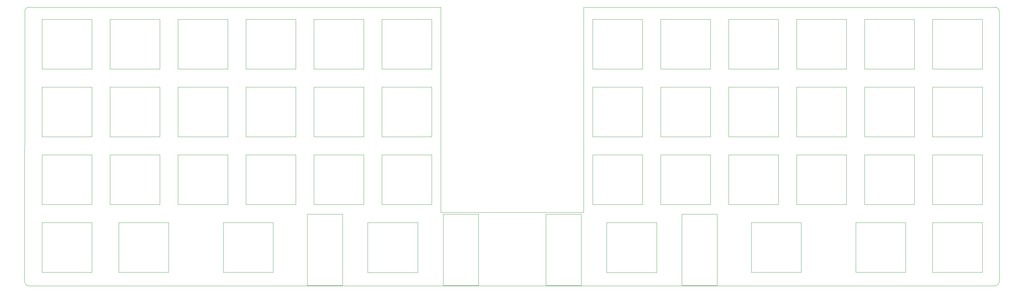
<source format=gbr>
%TF.GenerationSoftware,KiCad,Pcbnew,(6.0.7)*%
%TF.CreationDate,2022-10-09T17:11:01+02:00*%
%TF.ProjectId,skoosk switchplate,736b6f6f-736b-4207-9377-69746368706c,rev?*%
%TF.SameCoordinates,Original*%
%TF.FileFunction,Profile,NP*%
%FSLAX46Y46*%
G04 Gerber Fmt 4.6, Leading zero omitted, Abs format (unit mm)*
G04 Created by KiCad (PCBNEW (6.0.7)) date 2022-10-09 17:11:01*
%MOMM*%
%LPD*%
G01*
G04 APERTURE LIST*
%TA.AperFunction,Profile*%
%ADD10C,0.100000*%
%TD*%
G04 APERTURE END LIST*
D10*
X45481000Y-47513000D02*
X45481000Y-33543000D01*
X165582600Y-71602600D02*
X179603400Y-71602600D01*
X213756000Y-33543000D02*
X213756000Y-47513000D01*
X45481000Y-14493000D02*
X59451000Y-14493000D01*
X148590000Y-69215000D02*
X158496000Y-69215000D01*
X158496000Y-69215000D02*
X158496000Y-89281000D01*
X158496000Y-89281000D02*
X148590000Y-89281000D01*
X148590000Y-89281000D02*
X148590000Y-69215000D01*
X2489200Y-12319000D02*
X2463800Y-88138000D01*
X175656000Y-66563000D02*
X161686000Y-66563000D01*
X7366000Y-14478000D02*
X7366000Y-28448000D01*
X251856000Y-66563000D02*
X237886000Y-66563000D01*
X180736000Y-33543000D02*
X194706000Y-33543000D01*
X28844000Y-85613000D02*
X28844000Y-71643000D01*
X3759200Y-11049000D02*
G75*
G03*
X2489200Y-12319000I0J-1270000D01*
G01*
X21325600Y-47513000D02*
X7355600Y-47513000D01*
X119126000Y-11049000D02*
X3759200Y-11049000D01*
X180736000Y-66563000D02*
X180736000Y-52593000D01*
X251856000Y-28463000D02*
X237886000Y-28463000D01*
X213756000Y-52593000D02*
X213756000Y-66563000D01*
X59451000Y-14493000D02*
X59451000Y-28463000D01*
X21336000Y-28448000D02*
X7366000Y-28448000D01*
X256936000Y-66537600D02*
X256936000Y-52567600D01*
X256936000Y-71643000D02*
X270906000Y-71643000D01*
X78501000Y-52593000D02*
X78501000Y-66563000D01*
X72151000Y-71643000D02*
X72151000Y-85613000D01*
X81661000Y-69240400D02*
X91567000Y-69240400D01*
X91567000Y-69240400D02*
X91567000Y-89306400D01*
X91567000Y-89306400D02*
X81661000Y-89306400D01*
X81661000Y-89306400D02*
X81661000Y-69240400D01*
X112674400Y-71602600D02*
X112674400Y-85623400D01*
X218836000Y-28463000D02*
X218836000Y-14493000D01*
X7381000Y-66563000D02*
X7381000Y-52593000D01*
X237886000Y-52593000D02*
X251856000Y-52593000D01*
X40401000Y-33543000D02*
X40401000Y-47513000D01*
X78486000Y-28448000D02*
X64516000Y-28448000D01*
X64516000Y-28448000D02*
X64516000Y-14478000D01*
X232806000Y-14493000D02*
X232806000Y-28463000D01*
X251856000Y-52593000D02*
X251856000Y-66563000D01*
X275691600Y-12319000D02*
G75*
G03*
X274421600Y-11049000I-1270000J0D01*
G01*
X26431000Y-14493000D02*
X40401000Y-14493000D01*
X78501000Y-47513000D02*
X64531000Y-47513000D01*
X249443000Y-71643000D02*
X249443000Y-85613000D01*
X58181000Y-71643000D02*
X72151000Y-71643000D01*
X180736000Y-14493000D02*
X194706000Y-14493000D01*
X194706000Y-52593000D02*
X194706000Y-66563000D01*
X180736000Y-47513000D02*
X180736000Y-33543000D01*
X199786000Y-47513000D02*
X199786000Y-33543000D01*
X83581000Y-28463000D02*
X83581000Y-14493000D01*
X116601000Y-28463000D02*
X102631000Y-28463000D01*
X102631000Y-52593000D02*
X116601000Y-52593000D01*
X26431000Y-52593000D02*
X40401000Y-52593000D01*
X175656000Y-14493000D02*
X175656000Y-28463000D01*
X270906000Y-14493000D02*
X270906000Y-28463000D01*
X59451000Y-28463000D02*
X45481000Y-28463000D01*
X42814000Y-71643000D02*
X42814000Y-85613000D01*
X251856000Y-33543000D02*
X251856000Y-47513000D01*
X251856000Y-47513000D02*
X237886000Y-47513000D01*
X270906000Y-85613000D02*
X256936000Y-85613000D01*
X102631000Y-66563000D02*
X102631000Y-52593000D01*
X232806000Y-47513000D02*
X218836000Y-47513000D01*
X237886000Y-66563000D02*
X237886000Y-52593000D01*
X256936000Y-47513000D02*
X256936000Y-33543000D01*
X7355600Y-33543000D02*
X21325600Y-33543000D01*
X64531000Y-47513000D02*
X64531000Y-33543000D01*
X40401000Y-28463000D02*
X26431000Y-28463000D01*
X275691600Y-88112600D02*
X275691600Y-12319000D01*
X98653600Y-85623400D02*
X98653600Y-71602600D01*
X270906000Y-71643000D02*
X270906000Y-85613000D01*
X194706000Y-14493000D02*
X194706000Y-28463000D01*
X180736000Y-52593000D02*
X194706000Y-52593000D01*
X116601000Y-33543000D02*
X116601000Y-47513000D01*
X199786000Y-28463000D02*
X199786000Y-14493000D01*
X199786000Y-33543000D02*
X213756000Y-33543000D01*
X97551000Y-33543000D02*
X97551000Y-47513000D01*
X175656000Y-47513000D02*
X161686000Y-47513000D01*
X26431000Y-47513000D02*
X26431000Y-33543000D01*
X270906000Y-33543000D02*
X270906000Y-47513000D01*
X7381000Y-71643000D02*
X21351000Y-71643000D01*
X161686000Y-52593000D02*
X175656000Y-52593000D01*
X220106000Y-71643000D02*
X220106000Y-85613000D01*
X42814000Y-85613000D02*
X28844000Y-85613000D01*
X26431000Y-66563000D02*
X26431000Y-52593000D01*
X21336000Y-14478000D02*
X7366000Y-14478000D01*
X102631000Y-14493000D02*
X116601000Y-14493000D01*
X72151000Y-85613000D02*
X58181000Y-85613000D01*
X161686000Y-47513000D02*
X161686000Y-33543000D01*
X119126000Y-11049000D02*
X119126000Y-68707000D01*
X78501000Y-33543000D02*
X78501000Y-47513000D01*
X7355600Y-47513000D02*
X7355600Y-33543000D01*
X194706000Y-33543000D02*
X194706000Y-47513000D01*
X7381000Y-85613000D02*
X7381000Y-71643000D01*
X40401000Y-52593000D02*
X40401000Y-66563000D01*
X270906000Y-28463000D02*
X256936000Y-28463000D01*
X175656000Y-52593000D02*
X175656000Y-66563000D01*
X78486000Y-14478000D02*
X78486000Y-28448000D01*
X116601000Y-14493000D02*
X116601000Y-28463000D01*
X256936000Y-85613000D02*
X256936000Y-71643000D01*
X213756000Y-47513000D02*
X199786000Y-47513000D01*
X97551000Y-14493000D02*
X97551000Y-28463000D01*
X249443000Y-85613000D02*
X235473000Y-85613000D01*
X194706000Y-47513000D02*
X180736000Y-47513000D01*
X98653600Y-71602600D02*
X112674400Y-71602600D01*
X194706000Y-66563000D02*
X180736000Y-66563000D01*
X161686000Y-33543000D02*
X175656000Y-33543000D01*
X251856000Y-14493000D02*
X251856000Y-28463000D01*
X64531000Y-33543000D02*
X78501000Y-33543000D01*
X45481000Y-66563000D02*
X45481000Y-52593000D01*
X218836000Y-47513000D02*
X218836000Y-33543000D01*
X159131000Y-68707000D02*
X159131000Y-11049000D01*
X21351000Y-66563000D02*
X7381000Y-66563000D01*
X270906000Y-47513000D02*
X256936000Y-47513000D01*
X237886000Y-47513000D02*
X237886000Y-33543000D01*
X232806000Y-52593000D02*
X232806000Y-66563000D01*
X64516000Y-14478000D02*
X78486000Y-14478000D01*
X218836000Y-52593000D02*
X232806000Y-52593000D01*
X237886000Y-28463000D02*
X237886000Y-14493000D01*
X102631000Y-47513000D02*
X102631000Y-33543000D01*
X256936000Y-52567600D02*
X270906000Y-52567600D01*
X274421600Y-89382600D02*
G75*
G03*
X275691600Y-88112600I0J1270000D01*
G01*
X235473000Y-71643000D02*
X249443000Y-71643000D01*
X83581000Y-47513000D02*
X83581000Y-33543000D01*
X270906000Y-66537600D02*
X256936000Y-66537600D01*
X83581000Y-33543000D02*
X97551000Y-33543000D01*
X161686000Y-66563000D02*
X161686000Y-52593000D01*
X194706000Y-28463000D02*
X180736000Y-28463000D01*
X165582600Y-85623400D02*
X165582600Y-71602600D01*
X179603400Y-71602600D02*
X179603400Y-85623400D01*
X232806000Y-33543000D02*
X232806000Y-47513000D01*
X161686000Y-14493000D02*
X175656000Y-14493000D01*
X78501000Y-66563000D02*
X64531000Y-66563000D01*
X102631000Y-33543000D02*
X116601000Y-33543000D01*
X21351000Y-85613000D02*
X7381000Y-85613000D01*
X116601000Y-47513000D02*
X102631000Y-47513000D01*
X83581000Y-14493000D02*
X97551000Y-14493000D01*
X218836000Y-33543000D02*
X232806000Y-33543000D01*
X26431000Y-33543000D02*
X40401000Y-33543000D01*
X237886000Y-33543000D02*
X251856000Y-33543000D01*
X119761000Y-69215000D02*
X129667000Y-69215000D01*
X129667000Y-69215000D02*
X129667000Y-89281000D01*
X129667000Y-89281000D02*
X119761000Y-89281000D01*
X119761000Y-89281000D02*
X119761000Y-69215000D01*
X45481000Y-52593000D02*
X59451000Y-52593000D01*
X112674400Y-85623400D02*
X98653600Y-85623400D01*
X97551000Y-66563000D02*
X83581000Y-66563000D01*
X199786000Y-14493000D02*
X213756000Y-14493000D01*
X28844000Y-71643000D02*
X42814000Y-71643000D01*
X45481000Y-33543000D02*
X59451000Y-33543000D01*
X21351000Y-71643000D02*
X21351000Y-85613000D01*
X59451000Y-66563000D02*
X45481000Y-66563000D01*
X3733800Y-89408000D02*
X274421600Y-89382600D01*
X26431000Y-28463000D02*
X26431000Y-14493000D01*
X7381000Y-52593000D02*
X21351000Y-52593000D01*
X270906000Y-52567600D02*
X270906000Y-66537600D01*
X40401000Y-14493000D02*
X40401000Y-28463000D01*
X161686000Y-28463000D02*
X161686000Y-14493000D01*
X218836000Y-66563000D02*
X218836000Y-52593000D01*
X58181000Y-85613000D02*
X58181000Y-71643000D01*
X83581000Y-66563000D02*
X83581000Y-52593000D01*
X237886000Y-14493000D02*
X251856000Y-14493000D01*
X64531000Y-66563000D02*
X64531000Y-52593000D01*
X220106000Y-85613000D02*
X206136000Y-85613000D01*
X206136000Y-71643000D02*
X220106000Y-71643000D01*
X21336000Y-14478000D02*
X21336000Y-28448000D01*
X116601000Y-66563000D02*
X102631000Y-66563000D01*
X83581000Y-52593000D02*
X97551000Y-52593000D01*
X213756000Y-14493000D02*
X213756000Y-28463000D01*
X199786000Y-66563000D02*
X199786000Y-52593000D01*
X116601000Y-52593000D02*
X116601000Y-66563000D01*
X40401000Y-66563000D02*
X26431000Y-66563000D01*
X59451000Y-47513000D02*
X45481000Y-47513000D01*
X235473000Y-85613000D02*
X235473000Y-71643000D01*
X97551000Y-52593000D02*
X97551000Y-66563000D01*
X274421600Y-11049000D02*
X159131000Y-11049000D01*
X232806000Y-66563000D02*
X218836000Y-66563000D01*
X179603400Y-85623400D02*
X165582600Y-85623400D01*
X97551000Y-47513000D02*
X83581000Y-47513000D01*
X213756000Y-28463000D02*
X199786000Y-28463000D01*
X21351000Y-52593000D02*
X21351000Y-66563000D01*
X256936000Y-28463000D02*
X256936000Y-14493000D01*
X40401000Y-47513000D02*
X26431000Y-47513000D01*
X218836000Y-14493000D02*
X232806000Y-14493000D01*
X256936000Y-33543000D02*
X270906000Y-33543000D01*
X180736000Y-28463000D02*
X180736000Y-14493000D01*
X45481000Y-28463000D02*
X45481000Y-14493000D01*
X119126000Y-68707000D02*
X159131000Y-68707000D01*
X186690000Y-69215000D02*
X196596000Y-69215000D01*
X196596000Y-69215000D02*
X196596000Y-89281000D01*
X196596000Y-89281000D02*
X186690000Y-89281000D01*
X186690000Y-89281000D02*
X186690000Y-69215000D01*
X232806000Y-28463000D02*
X218836000Y-28463000D01*
X175656000Y-33543000D02*
X175656000Y-47513000D01*
X102631000Y-28463000D02*
X102631000Y-14493000D01*
X97551000Y-28463000D02*
X83581000Y-28463000D01*
X21325600Y-33543000D02*
X21325600Y-47513000D01*
X59451000Y-52593000D02*
X59451000Y-66563000D01*
X206136000Y-85613000D02*
X206136000Y-71643000D01*
X199786000Y-52593000D02*
X213756000Y-52593000D01*
X64531000Y-52593000D02*
X78501000Y-52593000D01*
X213756000Y-66563000D02*
X199786000Y-66563000D01*
X2463800Y-88138000D02*
G75*
G03*
X3733800Y-89408000I1270000J0D01*
G01*
X59451000Y-33543000D02*
X59451000Y-47513000D01*
X256936000Y-14493000D02*
X270906000Y-14493000D01*
X175656000Y-28463000D02*
X161686000Y-28463000D01*
M02*

</source>
